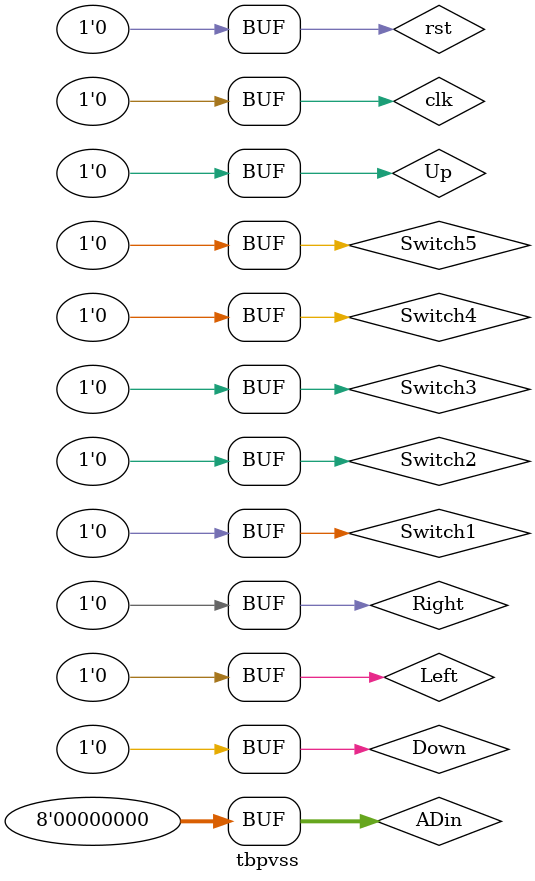
<source format=v>
`timescale 1ns / 1ps


module tbpvss;

	// Inputs
	reg rst;
	reg clk;
	reg Switch1;
	reg Switch2;
	reg Switch3;
	reg Switch4;
	reg Switch5;
	reg Up;
	reg Down;
	reg Left;
	reg Right;
	reg [7:0] ADin;

	// Outputs
	wire [7:0] ADout;
	wire AD;
	wire WR;
	wire CS;
	wire RD;
	wire AMPM;
	wire [7:0] hora;
	wire [7:0] min;
	wire [7:0] seg;
	wire [7:0] d;
	wire [7:0] me;
	wire [7:0] y;
	wire [7:0] horacr;
	wire [7:0] mincr;
	wire [7:0] segcr;
	wire [7:0] horapr;
	wire [7:0] minpr;
	wire [7:0] segpr;
	wire [2:0] cursgcrono;
	wire [2:0] cursghora;
	wire [2:0] cursgfecha;
	wire [1:0] Smuxdt;
	wire Pullup;
	wire tim;
	wire formato;

	// Instantiate the Unit Under Test (UUT)
	ControlRTC uut (
		.rst(rst), 
		.clk(clk), 
		.Switch1(Switch1), 
		.Switch2(Switch2), 
		.Switch3(Switch3), 
		.Switch4(Switch4), 
		.Switch5(Switch5), 
		.Up(Up), 
		.Down(Down), 
		.Left(Left), 
		.Right(Right), 
		.ADin(ADin), 
		.ADout(ADout), 
		.AD(AD), 
		.WR(WR), 
		.CS(CS), 
		.RD(RD), 
		.AMPM(AMPM), 
		.hora(hora), 
		.min(min), 
		.seg(seg), 
		.d(d), 
		.me(me), 
		.y(y), 
		.horacr(horacr), 
		.mincr(mincr), 
		.segcr(segcr), 
		.horapr(horapr), 
		.minpr(minpr), 
		.segpr(segpr), 
		.cursgcrono(cursgcrono), 
		.cursghora(cursghora), 
		.cursgfecha(cursgfecha), 
		.Smuxdt(Smuxdt), 
		.Pullup(Pullup), 
		.tim(tim), 
		.formato(formato)
	);

	initial begin
		// Initialize Inputs
		rst = 0;
		clk = 0;
		Switch1 = 0;
		Switch2 = 0;
		Switch3 = 0;
		Switch4 = 0;
		Switch5 = 0;
		Up = 0;
		Down = 0;
		Left = 0;
		Right = 0;
		ADin = 0;

		// Wait 100 ns for global reset to finish
		#100;
        
		// Add stimulus here

	end
      
endmodule


</source>
